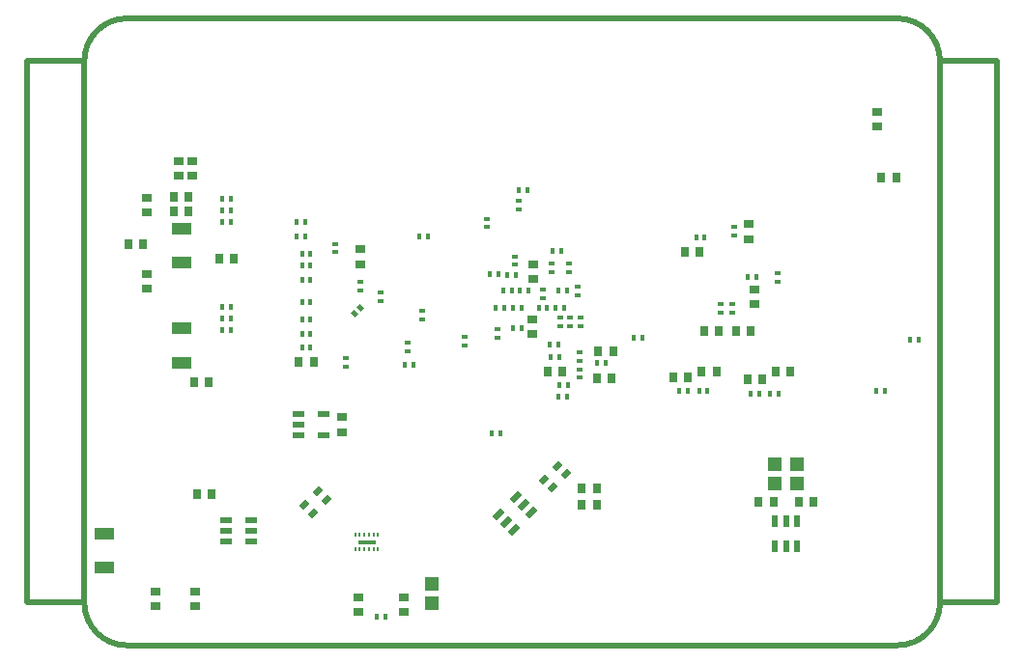
<source format=gbr>
%TF.GenerationSoftware,KiCad,Pcbnew,(6.0.1-0)*%
%TF.CreationDate,2022-12-27T13:33:37-05:00*%
%TF.ProjectId,EX-PCB-10108-001,45582d50-4342-42d3-9130-3130382d3030,A*%
%TF.SameCoordinates,Original*%
%TF.FileFunction,Paste,Bot*%
%TF.FilePolarity,Positive*%
%FSLAX46Y46*%
G04 Gerber Fmt 4.6, Leading zero omitted, Abs format (unit mm)*
G04 Created by KiCad (PCBNEW (6.0.1-0)) date 2022-12-27 13:33:37*
%MOMM*%
%LPD*%
G01*
G04 APERTURE LIST*
G04 Aperture macros list*
%AMRotRect*
0 Rectangle, with rotation*
0 The origin of the aperture is its center*
0 $1 length*
0 $2 width*
0 $3 Rotation angle, in degrees counterclockwise*
0 Add horizontal line*
21,1,$1,$2,0,0,$3*%
G04 Aperture macros list end*
%TA.AperFunction,Profile*%
%ADD10C,0.500000*%
%TD*%
%ADD11R,0.710000X0.810000*%
%ADD12R,0.450000X0.510000*%
%ADD13R,0.510000X0.450000*%
%ADD14R,0.810000X0.710000*%
%ADD15RotRect,0.450000X0.510000X225.000000*%
%ADD16R,1.060000X0.500000*%
%ADD17RotRect,0.800000X0.500000X225.000000*%
%ADD18R,1.800000X1.070000*%
%ADD19RotRect,1.060000X0.550000X45.000000*%
%ADD20R,1.060000X0.550000*%
%ADD21R,0.550000X1.060000*%
%ADD22R,1.250000X1.150000*%
%ADD23R,0.180000X0.405000*%
%ADD24R,1.620000X0.360000*%
G04 APERTURE END LIST*
D10*
X46450000Y-85300000D02*
X46450000Y-132800000D01*
X46450000Y-132800000D02*
G75*
G03*
X50200000Y-136550000I3750001J1D01*
G01*
X126450000Y-85300000D02*
X126450000Y-132800000D01*
X121450000Y-85300000D02*
G75*
G03*
X117700000Y-81550000I-3750001J-1D01*
G01*
X121450000Y-85300000D02*
X121450000Y-132800000D01*
X121450000Y-132800000D02*
X126450000Y-132800000D01*
X117700000Y-136550000D02*
X50200000Y-136550000D01*
X41450000Y-132800000D02*
X46450000Y-132800000D01*
X117700000Y-136550000D02*
G75*
G03*
X121450000Y-132800000I-1J3750001D01*
G01*
X126450000Y-85300000D02*
X121450000Y-85300000D01*
X50200000Y-81550000D02*
G75*
G03*
X46450000Y-85300000I1J-3750001D01*
G01*
X41450000Y-85300000D02*
X46450000Y-85300000D01*
X41450000Y-85300000D02*
X41450000Y-132800000D01*
X117700000Y-81550000D02*
X50200000Y-81550000D01*
D11*
X66545000Y-111700000D03*
X65255000Y-111700000D03*
D12*
X88025000Y-110200000D03*
X87275000Y-110200000D03*
X88025000Y-105450000D03*
X88775000Y-105450000D03*
D13*
X89950000Y-108550000D03*
X89950000Y-107800000D03*
X86650000Y-105325000D03*
X86650000Y-106075000D03*
D12*
X87025000Y-106950000D03*
X86275000Y-106950000D03*
D13*
X89900000Y-112325000D03*
X89900000Y-113075000D03*
D12*
X84775000Y-106950000D03*
X84025000Y-106950000D03*
D13*
X88150000Y-108575000D03*
X88150000Y-107825000D03*
D12*
X87775000Y-106950000D03*
X88525000Y-106950000D03*
D13*
X89900000Y-110825000D03*
X89900000Y-111575000D03*
D12*
X84625000Y-105450000D03*
X85375000Y-105450000D03*
D14*
X85750000Y-107955000D03*
X85750000Y-109245000D03*
D12*
X91425000Y-111800000D03*
X92175000Y-111800000D03*
D13*
X87400000Y-103825000D03*
X87400000Y-103075000D03*
X88900000Y-103825000D03*
X88900000Y-103075000D03*
D14*
X85800000Y-104420000D03*
X85800000Y-103130000D03*
D12*
X84025000Y-108700000D03*
X84775000Y-108700000D03*
X65775000Y-99450000D03*
X65025000Y-99450000D03*
X65775000Y-100700000D03*
X65025000Y-100700000D03*
D13*
X82650000Y-109575000D03*
X82650000Y-108825000D03*
D12*
X83525000Y-104050000D03*
X84275000Y-104050000D03*
X82525000Y-106950000D03*
X83275000Y-106950000D03*
X83175000Y-105450000D03*
X83925000Y-105450000D03*
D14*
X70650000Y-103095000D03*
X70650000Y-101805000D03*
D12*
X66275000Y-109200000D03*
X65525000Y-109200000D03*
D13*
X76050000Y-107175000D03*
X76050000Y-107925000D03*
X72400000Y-106325000D03*
X72400000Y-105575000D03*
X68400000Y-102075000D03*
X68400000Y-101325000D03*
D12*
X75825000Y-100650000D03*
X76575000Y-100650000D03*
D13*
X74800000Y-110725000D03*
X74800000Y-109975000D03*
D12*
X74525000Y-111950000D03*
X75275000Y-111950000D03*
D15*
X70665165Y-106934835D03*
X70134835Y-107465165D03*
D13*
X69400000Y-112075000D03*
X69400000Y-111325000D03*
D12*
X66275000Y-110450000D03*
X65525000Y-110450000D03*
X66275000Y-107950000D03*
X65525000Y-107950000D03*
X66275000Y-106450000D03*
X65525000Y-106450000D03*
X66275000Y-102200000D03*
X65525000Y-102200000D03*
X82025000Y-103950000D03*
X82775000Y-103950000D03*
X88275000Y-101950000D03*
X87525000Y-101950000D03*
D14*
X55925000Y-95345000D03*
X55925000Y-94055000D03*
X54725000Y-95345000D03*
X54725000Y-94055000D03*
D13*
X79750000Y-109475000D03*
X79750000Y-110225000D03*
X70650000Y-105447599D03*
X70650000Y-104697599D03*
D12*
X65525000Y-104450000D03*
X66275000Y-104450000D03*
X65525000Y-103200000D03*
X66275000Y-103200000D03*
D13*
X84200000Y-102425000D03*
X84200000Y-103175000D03*
D11*
X58255000Y-102650000D03*
X59545000Y-102650000D03*
D13*
X89000000Y-108550000D03*
X89000000Y-107800000D03*
D11*
X91505000Y-110750000D03*
X92795000Y-110750000D03*
X91355000Y-113150000D03*
X92645000Y-113150000D03*
D12*
X58525000Y-108900000D03*
X59275000Y-108900000D03*
D11*
X55595000Y-98500000D03*
X54305000Y-98500000D03*
D12*
X82925000Y-117950000D03*
X82175000Y-117950000D03*
D16*
X65200000Y-118150000D03*
X65200000Y-117200000D03*
X65200000Y-116250000D03*
X67400000Y-116250000D03*
X67400000Y-118150000D03*
D14*
X69050000Y-117845000D03*
X69050000Y-116555000D03*
D11*
X55595000Y-97250000D03*
X54305000Y-97250000D03*
D12*
X59275000Y-107900000D03*
X58525000Y-107900000D03*
X59275000Y-106900000D03*
X58525000Y-106900000D03*
D13*
X81700000Y-99875000D03*
X81700000Y-99125000D03*
D12*
X85275000Y-96650000D03*
X84525000Y-96650000D03*
D13*
X84500000Y-98325000D03*
X84500000Y-97575000D03*
D12*
X95350000Y-109600000D03*
X94600000Y-109600000D03*
D17*
X87947487Y-120795406D03*
X86745406Y-121997487D03*
X87452513Y-122704594D03*
X88654594Y-121502513D03*
D13*
X103200000Y-107375000D03*
X103200000Y-106625000D03*
D12*
X105325000Y-104250000D03*
X104575000Y-104250000D03*
D13*
X102200000Y-107375000D03*
X102200000Y-106625000D03*
X103450000Y-100625000D03*
X103450000Y-99875000D03*
D18*
X48200000Y-129755000D03*
X48200000Y-126745000D03*
D17*
X66947487Y-123045406D03*
X65745406Y-124247487D03*
X66452513Y-124954594D03*
X67654594Y-123752513D03*
D19*
X84093934Y-126449569D03*
X83422183Y-125777817D03*
X82750431Y-125106066D03*
X84306066Y-123550431D03*
X84977817Y-124222183D03*
X85649569Y-124893934D03*
D20*
X61050000Y-125550000D03*
X61050000Y-126500000D03*
X61050000Y-127450000D03*
X58850000Y-127450000D03*
X58850000Y-126500000D03*
X58850000Y-125550000D03*
D21*
X108900000Y-127850000D03*
X107950000Y-127850000D03*
X107000000Y-127850000D03*
X107000000Y-125650000D03*
X107950000Y-125650000D03*
X108900000Y-125650000D03*
D14*
X51950000Y-104005000D03*
X51950000Y-105295000D03*
D11*
X98055000Y-113000000D03*
X99345000Y-113000000D03*
D14*
X51950000Y-98545000D03*
X51950000Y-97255000D03*
D11*
X90055000Y-124250000D03*
X91345000Y-124250000D03*
X90055000Y-122750000D03*
X91345000Y-122750000D03*
X51595000Y-101400000D03*
X50305000Y-101400000D03*
X56055000Y-113500000D03*
X57345000Y-113500000D03*
X108345000Y-112500000D03*
X107055000Y-112500000D03*
D12*
X72825000Y-134000000D03*
X72075000Y-134000000D03*
D14*
X70450000Y-132355000D03*
X70450000Y-133645000D03*
X74450000Y-132355000D03*
X74450000Y-133645000D03*
D11*
X104555000Y-113250000D03*
X105845000Y-113250000D03*
X101845000Y-112500000D03*
X100555000Y-112500000D03*
X88345000Y-112500000D03*
X87055000Y-112500000D03*
X109055000Y-124000000D03*
X110345000Y-124000000D03*
X106845000Y-124000000D03*
X105555000Y-124000000D03*
X56305000Y-123250000D03*
X57595000Y-123250000D03*
D18*
X54950000Y-103005000D03*
X54950000Y-99995000D03*
X54950000Y-111755000D03*
X54950000Y-108745000D03*
D22*
X76950000Y-132875000D03*
X76950000Y-131125000D03*
X108950000Y-120625000D03*
X108950000Y-122375000D03*
X106950000Y-120625000D03*
X106950000Y-122375000D03*
D12*
X104825000Y-114500000D03*
X105575000Y-114500000D03*
X106575000Y-114500000D03*
X107325000Y-114500000D03*
X98575000Y-114250000D03*
X99325000Y-114250000D03*
X100325000Y-114250000D03*
X101075000Y-114250000D03*
D11*
X117595000Y-95500000D03*
X116305000Y-95500000D03*
D14*
X115950000Y-89755000D03*
X115950000Y-91045000D03*
X52700000Y-131855000D03*
X52700000Y-133145000D03*
X56200000Y-131855000D03*
X56200000Y-133145000D03*
D23*
X70200000Y-126875000D03*
X70600000Y-126875000D03*
X71000000Y-126875000D03*
X71400000Y-126875000D03*
X71800000Y-126875000D03*
X72200000Y-126875000D03*
X72200000Y-128125000D03*
X71800000Y-128125000D03*
X71400000Y-128125000D03*
X71000000Y-128125000D03*
X70600000Y-128125000D03*
X70200000Y-128125000D03*
D24*
X71200000Y-127500000D03*
D12*
X59275000Y-97400000D03*
X58525000Y-97400000D03*
X58525000Y-99400000D03*
X59275000Y-99400000D03*
X59275000Y-98400000D03*
X58525000Y-98400000D03*
D13*
X107200000Y-103875000D03*
X107200000Y-104625000D03*
X89700000Y-105125000D03*
X89700000Y-105875000D03*
D12*
X88075000Y-111250000D03*
X87325000Y-111250000D03*
X88775000Y-114750000D03*
X88025000Y-114750000D03*
X88825000Y-113750000D03*
X88075000Y-113750000D03*
D11*
X103555000Y-109000000D03*
X104845000Y-109000000D03*
D14*
X105200000Y-105355000D03*
X105200000Y-106645000D03*
D11*
X102095000Y-109000000D03*
X100805000Y-109000000D03*
D14*
X104700000Y-100895000D03*
X104700000Y-99605000D03*
D12*
X100825000Y-100750000D03*
X100075000Y-100750000D03*
D11*
X100345000Y-102000000D03*
X99055000Y-102000000D03*
D12*
X115825000Y-114250000D03*
X116575000Y-114250000D03*
X118825000Y-109750000D03*
X119575000Y-109750000D03*
M02*

</source>
